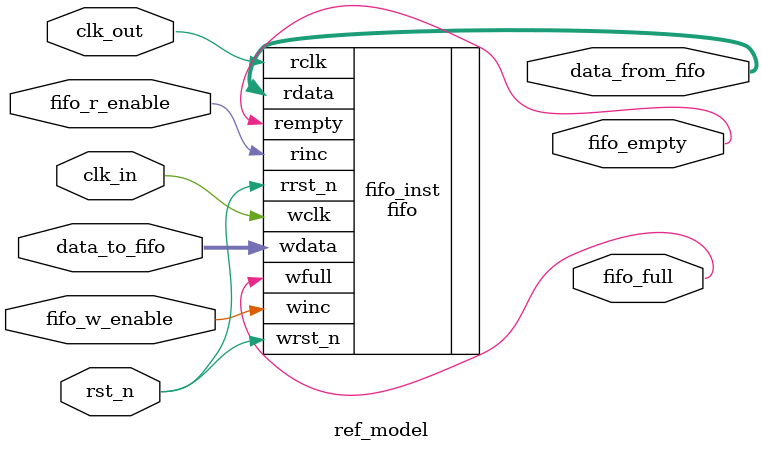
<source format=v>

module ref_model(
    input clk_in,
    input clk_out,
    input rst_n,
    input fifo_w_enable,
    input fifo_r_enable,
    input [139:0] data_to_fifo,
    output reg [139:0] data_from_fifo,
    output reg fifo_empty,
    output reg fifo_full
);

    // param
    parameter DSIZE = 140; // Data size
    parameter ASIZE = 2;   // Address size

    fifo #(DSIZE, ASIZE) fifo_inst (
        .rdata(data_from_fifo),
        .wfull(fifo_full),
        .rempty(fifo_empty),
        .wdata(data_to_fifo),
        .winc(fifo_w_enable),
        .wclk(clk_in),
        .wrst_n(rst_n),
        .rinc(fifo_r_enable),
        .rclk(clk_out),
        .rrst_n(rst_n)
    );
endmodule
</source>
